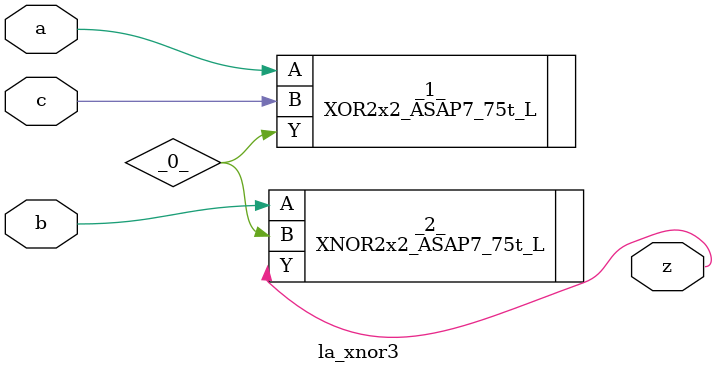
<source format=v>

/* Generated by Yosys 0.37 (git sha1 a5c7f69ed, clang 14.0.0-1ubuntu1.1 -fPIC -Os) */

module la_xnor3(a, b, c, z);
  wire _0_;
  input a;
  wire a;
  input b;
  wire b;
  input c;
  wire c;
  output z;
  wire z;
  XOR2x2_ASAP7_75t_L _1_ (
    .A(a),
    .B(c),
    .Y(_0_)
  );
  XNOR2x2_ASAP7_75t_L _2_ (
    .A(b),
    .B(_0_),
    .Y(z)
  );
endmodule

</source>
